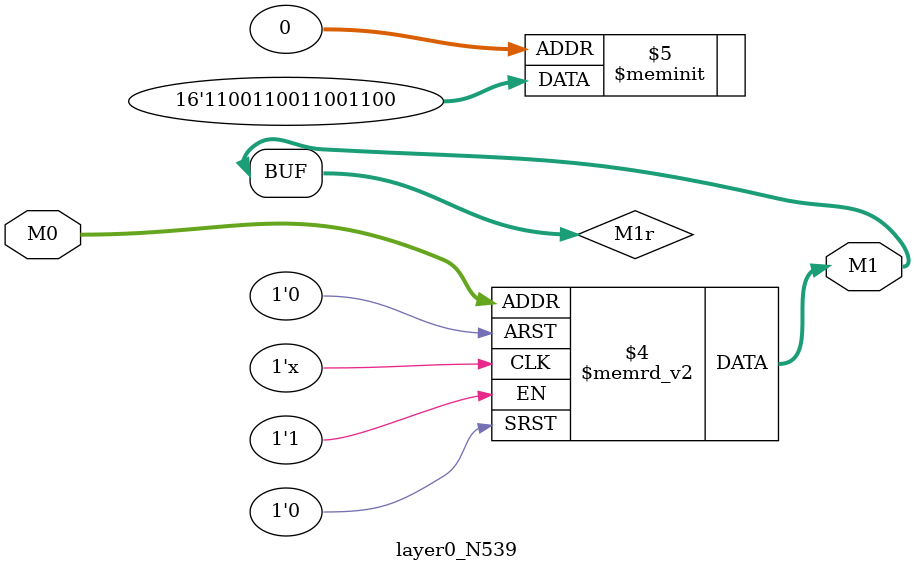
<source format=v>
module layer0_N539 ( input [2:0] M0, output [1:0] M1 );

	(*rom_style = "distributed" *) reg [1:0] M1r;
	assign M1 = M1r;
	always @ (M0) begin
		case (M0)
			3'b000: M1r = 2'b00;
			3'b100: M1r = 2'b00;
			3'b010: M1r = 2'b00;
			3'b110: M1r = 2'b00;
			3'b001: M1r = 2'b11;
			3'b101: M1r = 2'b11;
			3'b011: M1r = 2'b11;
			3'b111: M1r = 2'b11;

		endcase
	end
endmodule

</source>
